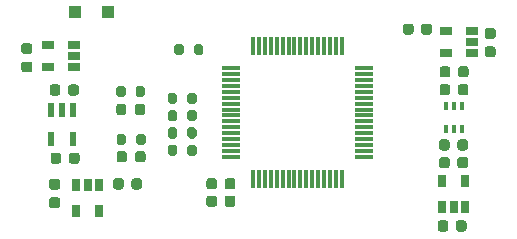
<source format=gtp>
G04 #@! TF.GenerationSoftware,KiCad,Pcbnew,(5.1.9)-1*
G04 #@! TF.CreationDate,2021-04-27T18:11:47+02:00*
G04 #@! TF.ProjectId,ADS1299Wing,41445331-3239-4395-9769-6e672e6b6963,rev?*
G04 #@! TF.SameCoordinates,Original*
G04 #@! TF.FileFunction,Paste,Top*
G04 #@! TF.FilePolarity,Positive*
%FSLAX46Y46*%
G04 Gerber Fmt 4.6, Leading zero omitted, Abs format (unit mm)*
G04 Created by KiCad (PCBNEW (5.1.9)-1) date 2021-04-27 18:11:47*
%MOMM*%
%LPD*%
G01*
G04 APERTURE LIST*
%ADD10R,0.300000X1.500000*%
%ADD11R,1.500000X0.300000*%
%ADD12R,1.100000X1.100000*%
%ADD13R,1.060000X0.650000*%
%ADD14R,0.590000X1.210000*%
%ADD15R,0.650000X1.060000*%
%ADD16R,0.400000X0.650000*%
G04 APERTURE END LIST*
G36*
G01*
X163964500Y-108377800D02*
X163964500Y-107877800D01*
G75*
G02*
X164189500Y-107652800I225000J0D01*
G01*
X164639500Y-107652800D01*
G75*
G02*
X164864500Y-107877800I0J-225000D01*
G01*
X164864500Y-108377800D01*
G75*
G02*
X164639500Y-108602800I-225000J0D01*
G01*
X164189500Y-108602800D01*
G75*
G02*
X163964500Y-108377800I0J225000D01*
G01*
G37*
G36*
G01*
X162414500Y-108377800D02*
X162414500Y-107877800D01*
G75*
G02*
X162639500Y-107652800I225000J0D01*
G01*
X163089500Y-107652800D01*
G75*
G02*
X163314500Y-107877800I0J-225000D01*
G01*
X163314500Y-108377800D01*
G75*
G02*
X163089500Y-108602800I-225000J0D01*
G01*
X162639500Y-108602800D01*
G75*
G02*
X162414500Y-108377800I0J225000D01*
G01*
G37*
D10*
X154168800Y-109536000D03*
X153668800Y-109536000D03*
X153168800Y-109536000D03*
X152668800Y-109536000D03*
X152168800Y-109536000D03*
X151668800Y-109536000D03*
X151168800Y-109536000D03*
X150668800Y-109536000D03*
X150168800Y-109536000D03*
X149668800Y-109536000D03*
X149168800Y-109536000D03*
X148668800Y-109536000D03*
X148168800Y-109536000D03*
X147668800Y-109536000D03*
X147168800Y-109536000D03*
X146668800Y-109536000D03*
D11*
X144768800Y-107636000D03*
X144768800Y-107136000D03*
X144768800Y-106636000D03*
X144768800Y-106136000D03*
X144768800Y-105636000D03*
X144768800Y-105136000D03*
X144768800Y-104636000D03*
X144768800Y-104136000D03*
X144768800Y-103636000D03*
X144768800Y-103136000D03*
X144768800Y-102636000D03*
X144768800Y-102136000D03*
X144768800Y-101636000D03*
X144768800Y-101136000D03*
X144768800Y-100636000D03*
X144768800Y-100136000D03*
D10*
X146668800Y-98236000D03*
X147168800Y-98236000D03*
X147668800Y-98236000D03*
X148168800Y-98236000D03*
X148668800Y-98236000D03*
X149168800Y-98236000D03*
X149668800Y-98236000D03*
X150168800Y-98236000D03*
X150668800Y-98236000D03*
X151168800Y-98236000D03*
X151668800Y-98236000D03*
X152168800Y-98236000D03*
X152668800Y-98236000D03*
X153168800Y-98236000D03*
X153668800Y-98236000D03*
X154168800Y-98236000D03*
D11*
X156068800Y-100136000D03*
X156068800Y-100636000D03*
X156068800Y-101136000D03*
X156068800Y-101636000D03*
X156068800Y-102136000D03*
X156068800Y-102636000D03*
X156068800Y-103136000D03*
X156068800Y-103636000D03*
X156068800Y-104136000D03*
X156068800Y-104636000D03*
X156068800Y-105136000D03*
X156068800Y-105636000D03*
X156068800Y-106136000D03*
X156068800Y-106636000D03*
X156068800Y-107136000D03*
X156068800Y-107636000D03*
G36*
G01*
X140799000Y-98277000D02*
X140799000Y-98827000D01*
G75*
G02*
X140599000Y-99027000I-200000J0D01*
G01*
X140199000Y-99027000D01*
G75*
G02*
X139999000Y-98827000I0J200000D01*
G01*
X139999000Y-98277000D01*
G75*
G02*
X140199000Y-98077000I200000J0D01*
G01*
X140599000Y-98077000D01*
G75*
G02*
X140799000Y-98277000I0J-200000D01*
G01*
G37*
G36*
G01*
X142449000Y-98277000D02*
X142449000Y-98827000D01*
G75*
G02*
X142249000Y-99027000I-200000J0D01*
G01*
X141849000Y-99027000D01*
G75*
G02*
X141649000Y-98827000I0J200000D01*
G01*
X141649000Y-98277000D01*
G75*
G02*
X141849000Y-98077000I200000J0D01*
G01*
X142249000Y-98077000D01*
G75*
G02*
X142449000Y-98277000I0J-200000D01*
G01*
G37*
G36*
G01*
X130358000Y-101731000D02*
X130358000Y-102231000D01*
G75*
G02*
X130133000Y-102456000I-225000J0D01*
G01*
X129683000Y-102456000D01*
G75*
G02*
X129458000Y-102231000I0J225000D01*
G01*
X129458000Y-101731000D01*
G75*
G02*
X129683000Y-101506000I225000J0D01*
G01*
X130133000Y-101506000D01*
G75*
G02*
X130358000Y-101731000I0J-225000D01*
G01*
G37*
G36*
G01*
X131908000Y-101731000D02*
X131908000Y-102231000D01*
G75*
G02*
X131683000Y-102456000I-225000J0D01*
G01*
X131233000Y-102456000D01*
G75*
G02*
X131008000Y-102231000I0J225000D01*
G01*
X131008000Y-101731000D01*
G75*
G02*
X131233000Y-101506000I225000J0D01*
G01*
X131683000Y-101506000D01*
G75*
G02*
X131908000Y-101731000I0J-225000D01*
G01*
G37*
G36*
G01*
X131971500Y-107509500D02*
X131971500Y-108009500D01*
G75*
G02*
X131746500Y-108234500I-225000J0D01*
G01*
X131296500Y-108234500D01*
G75*
G02*
X131071500Y-108009500I0J225000D01*
G01*
X131071500Y-107509500D01*
G75*
G02*
X131296500Y-107284500I225000J0D01*
G01*
X131746500Y-107284500D01*
G75*
G02*
X131971500Y-107509500I0J-225000D01*
G01*
G37*
G36*
G01*
X130421500Y-107509500D02*
X130421500Y-108009500D01*
G75*
G02*
X130196500Y-108234500I-225000J0D01*
G01*
X129746500Y-108234500D01*
G75*
G02*
X129521500Y-108009500I0J225000D01*
G01*
X129521500Y-107509500D01*
G75*
G02*
X129746500Y-107284500I225000J0D01*
G01*
X130196500Y-107284500D01*
G75*
G02*
X130421500Y-107509500I0J-225000D01*
G01*
G37*
G36*
G01*
X130107500Y-110419000D02*
X129607500Y-110419000D01*
G75*
G02*
X129382500Y-110194000I0J225000D01*
G01*
X129382500Y-109744000D01*
G75*
G02*
X129607500Y-109519000I225000J0D01*
G01*
X130107500Y-109519000D01*
G75*
G02*
X130332500Y-109744000I0J-225000D01*
G01*
X130332500Y-110194000D01*
G75*
G02*
X130107500Y-110419000I-225000J0D01*
G01*
G37*
G36*
G01*
X130107500Y-111969000D02*
X129607500Y-111969000D01*
G75*
G02*
X129382500Y-111744000I0J225000D01*
G01*
X129382500Y-111294000D01*
G75*
G02*
X129607500Y-111069000I225000J0D01*
G01*
X130107500Y-111069000D01*
G75*
G02*
X130332500Y-111294000I0J-225000D01*
G01*
X130332500Y-111744000D01*
G75*
G02*
X130107500Y-111969000I-225000J0D01*
G01*
G37*
G36*
G01*
X136367400Y-110181200D02*
X136367400Y-109681200D01*
G75*
G02*
X136592400Y-109456200I225000J0D01*
G01*
X137042400Y-109456200D01*
G75*
G02*
X137267400Y-109681200I0J-225000D01*
G01*
X137267400Y-110181200D01*
G75*
G02*
X137042400Y-110406200I-225000J0D01*
G01*
X136592400Y-110406200D01*
G75*
G02*
X136367400Y-110181200I0J225000D01*
G01*
G37*
G36*
G01*
X134817400Y-110181200D02*
X134817400Y-109681200D01*
G75*
G02*
X135042400Y-109456200I225000J0D01*
G01*
X135492400Y-109456200D01*
G75*
G02*
X135717400Y-109681200I0J-225000D01*
G01*
X135717400Y-110181200D01*
G75*
G02*
X135492400Y-110406200I-225000J0D01*
G01*
X135042400Y-110406200D01*
G75*
G02*
X134817400Y-110181200I0J225000D01*
G01*
G37*
G36*
G01*
X164002600Y-102205600D02*
X164002600Y-101705600D01*
G75*
G02*
X164227600Y-101480600I225000J0D01*
G01*
X164677600Y-101480600D01*
G75*
G02*
X164902600Y-101705600I0J-225000D01*
G01*
X164902600Y-102205600D01*
G75*
G02*
X164677600Y-102430600I-225000J0D01*
G01*
X164227600Y-102430600D01*
G75*
G02*
X164002600Y-102205600I0J225000D01*
G01*
G37*
G36*
G01*
X162452600Y-102205600D02*
X162452600Y-101705600D01*
G75*
G02*
X162677600Y-101480600I225000J0D01*
G01*
X163127600Y-101480600D01*
G75*
G02*
X163352600Y-101705600I0J-225000D01*
G01*
X163352600Y-102205600D01*
G75*
G02*
X163127600Y-102430600I-225000J0D01*
G01*
X162677600Y-102430600D01*
G75*
G02*
X162452600Y-102205600I0J225000D01*
G01*
G37*
G36*
G01*
X166488300Y-96742800D02*
X166988300Y-96742800D01*
G75*
G02*
X167213300Y-96967800I0J-225000D01*
G01*
X167213300Y-97417800D01*
G75*
G02*
X166988300Y-97642800I-225000J0D01*
G01*
X166488300Y-97642800D01*
G75*
G02*
X166263300Y-97417800I0J225000D01*
G01*
X166263300Y-96967800D01*
G75*
G02*
X166488300Y-96742800I225000J0D01*
G01*
G37*
G36*
G01*
X166488300Y-98292800D02*
X166988300Y-98292800D01*
G75*
G02*
X167213300Y-98517800I0J-225000D01*
G01*
X167213300Y-98967800D01*
G75*
G02*
X166988300Y-99192800I-225000J0D01*
G01*
X166488300Y-99192800D01*
G75*
G02*
X166263300Y-98967800I0J225000D01*
G01*
X166263300Y-98517800D01*
G75*
G02*
X166488300Y-98292800I225000J0D01*
G01*
G37*
G36*
G01*
X162465300Y-100694300D02*
X162465300Y-100194300D01*
G75*
G02*
X162690300Y-99969300I225000J0D01*
G01*
X163140300Y-99969300D01*
G75*
G02*
X163365300Y-100194300I0J-225000D01*
G01*
X163365300Y-100694300D01*
G75*
G02*
X163140300Y-100919300I-225000J0D01*
G01*
X162690300Y-100919300D01*
G75*
G02*
X162465300Y-100694300I0J225000D01*
G01*
G37*
G36*
G01*
X164015300Y-100694300D02*
X164015300Y-100194300D01*
G75*
G02*
X164240300Y-99969300I225000J0D01*
G01*
X164690300Y-99969300D01*
G75*
G02*
X164915300Y-100194300I0J-225000D01*
G01*
X164915300Y-100694300D01*
G75*
G02*
X164690300Y-100919300I-225000J0D01*
G01*
X164240300Y-100919300D01*
G75*
G02*
X164015300Y-100694300I0J225000D01*
G01*
G37*
G36*
G01*
X160253800Y-96574800D02*
X160253800Y-97074800D01*
G75*
G02*
X160028800Y-97299800I-225000J0D01*
G01*
X159578800Y-97299800D01*
G75*
G02*
X159353800Y-97074800I0J225000D01*
G01*
X159353800Y-96574800D01*
G75*
G02*
X159578800Y-96349800I225000J0D01*
G01*
X160028800Y-96349800D01*
G75*
G02*
X160253800Y-96574800I0J-225000D01*
G01*
G37*
G36*
G01*
X161803800Y-96574800D02*
X161803800Y-97074800D01*
G75*
G02*
X161578800Y-97299800I-225000J0D01*
G01*
X161128800Y-97299800D01*
G75*
G02*
X160903800Y-97074800I0J225000D01*
G01*
X160903800Y-96574800D01*
G75*
G02*
X161128800Y-96349800I225000J0D01*
G01*
X161578800Y-96349800D01*
G75*
G02*
X161803800Y-96574800I0J-225000D01*
G01*
G37*
G36*
G01*
X162287500Y-113737200D02*
X162287500Y-113237200D01*
G75*
G02*
X162512500Y-113012200I225000J0D01*
G01*
X162962500Y-113012200D01*
G75*
G02*
X163187500Y-113237200I0J-225000D01*
G01*
X163187500Y-113737200D01*
G75*
G02*
X162962500Y-113962200I-225000J0D01*
G01*
X162512500Y-113962200D01*
G75*
G02*
X162287500Y-113737200I0J225000D01*
G01*
G37*
G36*
G01*
X163837500Y-113737200D02*
X163837500Y-113237200D01*
G75*
G02*
X164062500Y-113012200I225000J0D01*
G01*
X164512500Y-113012200D01*
G75*
G02*
X164737500Y-113237200I0J-225000D01*
G01*
X164737500Y-113737200D01*
G75*
G02*
X164512500Y-113962200I-225000J0D01*
G01*
X164062500Y-113962200D01*
G75*
G02*
X163837500Y-113737200I0J225000D01*
G01*
G37*
G36*
G01*
X163964500Y-106879200D02*
X163964500Y-106379200D01*
G75*
G02*
X164189500Y-106154200I225000J0D01*
G01*
X164639500Y-106154200D01*
G75*
G02*
X164864500Y-106379200I0J-225000D01*
G01*
X164864500Y-106879200D01*
G75*
G02*
X164639500Y-107104200I-225000J0D01*
G01*
X164189500Y-107104200D01*
G75*
G02*
X163964500Y-106879200I0J225000D01*
G01*
G37*
G36*
G01*
X162414500Y-106879200D02*
X162414500Y-106379200D01*
G75*
G02*
X162639500Y-106154200I225000J0D01*
G01*
X163089500Y-106154200D01*
G75*
G02*
X163314500Y-106379200I0J-225000D01*
G01*
X163314500Y-106879200D01*
G75*
G02*
X163089500Y-107104200I-225000J0D01*
G01*
X162639500Y-107104200D01*
G75*
G02*
X162414500Y-106879200I0J225000D01*
G01*
G37*
G36*
G01*
X145166500Y-111154400D02*
X145166500Y-111654400D01*
G75*
G02*
X144941500Y-111879400I-225000J0D01*
G01*
X144491500Y-111879400D01*
G75*
G02*
X144266500Y-111654400I0J225000D01*
G01*
X144266500Y-111154400D01*
G75*
G02*
X144491500Y-110929400I225000J0D01*
G01*
X144941500Y-110929400D01*
G75*
G02*
X145166500Y-111154400I0J-225000D01*
G01*
G37*
G36*
G01*
X143616500Y-111154400D02*
X143616500Y-111654400D01*
G75*
G02*
X143391500Y-111879400I-225000J0D01*
G01*
X142941500Y-111879400D01*
G75*
G02*
X142716500Y-111654400I0J225000D01*
G01*
X142716500Y-111154400D01*
G75*
G02*
X142941500Y-110929400I225000J0D01*
G01*
X143391500Y-110929400D01*
G75*
G02*
X143616500Y-111154400I0J-225000D01*
G01*
G37*
G36*
G01*
X143616500Y-109668500D02*
X143616500Y-110168500D01*
G75*
G02*
X143391500Y-110393500I-225000J0D01*
G01*
X142941500Y-110393500D01*
G75*
G02*
X142716500Y-110168500I0J225000D01*
G01*
X142716500Y-109668500D01*
G75*
G02*
X142941500Y-109443500I225000J0D01*
G01*
X143391500Y-109443500D01*
G75*
G02*
X143616500Y-109668500I0J-225000D01*
G01*
G37*
G36*
G01*
X145166500Y-109668500D02*
X145166500Y-110168500D01*
G75*
G02*
X144941500Y-110393500I-225000J0D01*
G01*
X144491500Y-110393500D01*
G75*
G02*
X144266500Y-110168500I0J225000D01*
G01*
X144266500Y-109668500D01*
G75*
G02*
X144491500Y-109443500I225000J0D01*
G01*
X144941500Y-109443500D01*
G75*
G02*
X145166500Y-109668500I0J-225000D01*
G01*
G37*
G36*
G01*
X127258000Y-99575500D02*
X127758000Y-99575500D01*
G75*
G02*
X127983000Y-99800500I0J-225000D01*
G01*
X127983000Y-100250500D01*
G75*
G02*
X127758000Y-100475500I-225000J0D01*
G01*
X127258000Y-100475500D01*
G75*
G02*
X127033000Y-100250500I0J225000D01*
G01*
X127033000Y-99800500D01*
G75*
G02*
X127258000Y-99575500I225000J0D01*
G01*
G37*
G36*
G01*
X127258000Y-98025500D02*
X127758000Y-98025500D01*
G75*
G02*
X127983000Y-98250500I0J-225000D01*
G01*
X127983000Y-98700500D01*
G75*
G02*
X127758000Y-98925500I-225000J0D01*
G01*
X127258000Y-98925500D01*
G75*
G02*
X127033000Y-98700500I0J225000D01*
G01*
X127033000Y-98250500D01*
G75*
G02*
X127258000Y-98025500I225000J0D01*
G01*
G37*
D12*
X131569000Y-95377000D03*
X134369000Y-95377000D03*
G36*
G01*
X135984500Y-107376250D02*
X135984500Y-107888750D01*
G75*
G02*
X135765750Y-108107500I-218750J0D01*
G01*
X135328250Y-108107500D01*
G75*
G02*
X135109500Y-107888750I0J218750D01*
G01*
X135109500Y-107376250D01*
G75*
G02*
X135328250Y-107157500I218750J0D01*
G01*
X135765750Y-107157500D01*
G75*
G02*
X135984500Y-107376250I0J-218750D01*
G01*
G37*
G36*
G01*
X137559500Y-107376250D02*
X137559500Y-107888750D01*
G75*
G02*
X137340750Y-108107500I-218750J0D01*
G01*
X136903250Y-108107500D01*
G75*
G02*
X136684500Y-107888750I0J218750D01*
G01*
X136684500Y-107376250D01*
G75*
G02*
X136903250Y-107157500I218750J0D01*
G01*
X137340750Y-107157500D01*
G75*
G02*
X137559500Y-107376250I0J-218750D01*
G01*
G37*
G36*
G01*
X137521400Y-103375750D02*
X137521400Y-103888250D01*
G75*
G02*
X137302650Y-104107000I-218750J0D01*
G01*
X136865150Y-104107000D01*
G75*
G02*
X136646400Y-103888250I0J218750D01*
G01*
X136646400Y-103375750D01*
G75*
G02*
X136865150Y-103157000I218750J0D01*
G01*
X137302650Y-103157000D01*
G75*
G02*
X137521400Y-103375750I0J-218750D01*
G01*
G37*
G36*
G01*
X135946400Y-103375750D02*
X135946400Y-103888250D01*
G75*
G02*
X135727650Y-104107000I-218750J0D01*
G01*
X135290150Y-104107000D01*
G75*
G02*
X135071400Y-103888250I0J218750D01*
G01*
X135071400Y-103375750D01*
G75*
G02*
X135290150Y-103157000I218750J0D01*
G01*
X135727650Y-103157000D01*
G75*
G02*
X135946400Y-103375750I0J-218750D01*
G01*
G37*
G36*
G01*
X140240200Y-102417200D02*
X140240200Y-102967200D01*
G75*
G02*
X140040200Y-103167200I-200000J0D01*
G01*
X139640200Y-103167200D01*
G75*
G02*
X139440200Y-102967200I0J200000D01*
G01*
X139440200Y-102417200D01*
G75*
G02*
X139640200Y-102217200I200000J0D01*
G01*
X140040200Y-102217200D01*
G75*
G02*
X140240200Y-102417200I0J-200000D01*
G01*
G37*
G36*
G01*
X141890200Y-102417200D02*
X141890200Y-102967200D01*
G75*
G02*
X141690200Y-103167200I-200000J0D01*
G01*
X141290200Y-103167200D01*
G75*
G02*
X141090200Y-102967200I0J200000D01*
G01*
X141090200Y-102417200D01*
G75*
G02*
X141290200Y-102217200I200000J0D01*
G01*
X141690200Y-102217200D01*
G75*
G02*
X141890200Y-102417200I0J-200000D01*
G01*
G37*
G36*
G01*
X137559500Y-105897000D02*
X137559500Y-106447000D01*
G75*
G02*
X137359500Y-106647000I-200000J0D01*
G01*
X136959500Y-106647000D01*
G75*
G02*
X136759500Y-106447000I0J200000D01*
G01*
X136759500Y-105897000D01*
G75*
G02*
X136959500Y-105697000I200000J0D01*
G01*
X137359500Y-105697000D01*
G75*
G02*
X137559500Y-105897000I0J-200000D01*
G01*
G37*
G36*
G01*
X135909500Y-105897000D02*
X135909500Y-106447000D01*
G75*
G02*
X135709500Y-106647000I-200000J0D01*
G01*
X135309500Y-106647000D01*
G75*
G02*
X135109500Y-106447000I0J200000D01*
G01*
X135109500Y-105897000D01*
G75*
G02*
X135309500Y-105697000I200000J0D01*
G01*
X135709500Y-105697000D01*
G75*
G02*
X135909500Y-105897000I0J-200000D01*
G01*
G37*
G36*
G01*
X141890200Y-106798700D02*
X141890200Y-107348700D01*
G75*
G02*
X141690200Y-107548700I-200000J0D01*
G01*
X141290200Y-107548700D01*
G75*
G02*
X141090200Y-107348700I0J200000D01*
G01*
X141090200Y-106798700D01*
G75*
G02*
X141290200Y-106598700I200000J0D01*
G01*
X141690200Y-106598700D01*
G75*
G02*
X141890200Y-106798700I0J-200000D01*
G01*
G37*
G36*
G01*
X140240200Y-106798700D02*
X140240200Y-107348700D01*
G75*
G02*
X140040200Y-107548700I-200000J0D01*
G01*
X139640200Y-107548700D01*
G75*
G02*
X139440200Y-107348700I0J200000D01*
G01*
X139440200Y-106798700D01*
G75*
G02*
X139640200Y-106598700I200000J0D01*
G01*
X140040200Y-106598700D01*
G75*
G02*
X140240200Y-106798700I0J-200000D01*
G01*
G37*
G36*
G01*
X140240200Y-105338200D02*
X140240200Y-105888200D01*
G75*
G02*
X140040200Y-106088200I-200000J0D01*
G01*
X139640200Y-106088200D01*
G75*
G02*
X139440200Y-105888200I0J200000D01*
G01*
X139440200Y-105338200D01*
G75*
G02*
X139640200Y-105138200I200000J0D01*
G01*
X140040200Y-105138200D01*
G75*
G02*
X140240200Y-105338200I0J-200000D01*
G01*
G37*
G36*
G01*
X141890200Y-105338200D02*
X141890200Y-105888200D01*
G75*
G02*
X141690200Y-106088200I-200000J0D01*
G01*
X141290200Y-106088200D01*
G75*
G02*
X141090200Y-105888200I0J200000D01*
G01*
X141090200Y-105338200D01*
G75*
G02*
X141290200Y-105138200I200000J0D01*
G01*
X141690200Y-105138200D01*
G75*
G02*
X141890200Y-105338200I0J-200000D01*
G01*
G37*
G36*
G01*
X141890200Y-103877700D02*
X141890200Y-104427700D01*
G75*
G02*
X141690200Y-104627700I-200000J0D01*
G01*
X141290200Y-104627700D01*
G75*
G02*
X141090200Y-104427700I0J200000D01*
G01*
X141090200Y-103877700D01*
G75*
G02*
X141290200Y-103677700I200000J0D01*
G01*
X141690200Y-103677700D01*
G75*
G02*
X141890200Y-103877700I0J-200000D01*
G01*
G37*
G36*
G01*
X140240200Y-103877700D02*
X140240200Y-104427700D01*
G75*
G02*
X140040200Y-104627700I-200000J0D01*
G01*
X139640200Y-104627700D01*
G75*
G02*
X139440200Y-104427700I0J200000D01*
G01*
X139440200Y-103877700D01*
G75*
G02*
X139640200Y-103677700I200000J0D01*
G01*
X140040200Y-103677700D01*
G75*
G02*
X140240200Y-103877700I0J-200000D01*
G01*
G37*
G36*
G01*
X135071400Y-102383000D02*
X135071400Y-101833000D01*
G75*
G02*
X135271400Y-101633000I200000J0D01*
G01*
X135671400Y-101633000D01*
G75*
G02*
X135871400Y-101833000I0J-200000D01*
G01*
X135871400Y-102383000D01*
G75*
G02*
X135671400Y-102583000I-200000J0D01*
G01*
X135271400Y-102583000D01*
G75*
G02*
X135071400Y-102383000I0J200000D01*
G01*
G37*
G36*
G01*
X136721400Y-102383000D02*
X136721400Y-101833000D01*
G75*
G02*
X136921400Y-101633000I200000J0D01*
G01*
X137321400Y-101633000D01*
G75*
G02*
X137521400Y-101833000I0J-200000D01*
G01*
X137521400Y-102383000D01*
G75*
G02*
X137321400Y-102583000I-200000J0D01*
G01*
X136921400Y-102583000D01*
G75*
G02*
X136721400Y-102383000I0J200000D01*
G01*
G37*
D13*
X131465500Y-100073500D03*
X131465500Y-99123500D03*
X131465500Y-98173500D03*
X129265500Y-98173500D03*
X129265500Y-100073500D03*
D14*
X131442500Y-106157000D03*
X129542500Y-106157000D03*
X129542500Y-103647000D03*
X130492500Y-103647000D03*
X131442500Y-103647000D03*
D15*
X133601500Y-112225000D03*
X131701500Y-112225000D03*
X131701500Y-110025000D03*
X132651500Y-110025000D03*
X133601500Y-110025000D03*
D13*
X165171300Y-98854300D03*
X165171300Y-97904300D03*
X165171300Y-96954300D03*
X162971300Y-96954300D03*
X162971300Y-98854300D03*
D15*
X162689500Y-109694800D03*
X164589500Y-109694800D03*
X164589500Y-111894800D03*
X163639500Y-111894800D03*
X162689500Y-111894800D03*
D16*
X163027600Y-105242400D03*
X164327600Y-105242400D03*
X163677600Y-103342400D03*
X163677600Y-105242400D03*
X164327600Y-103342400D03*
X163027600Y-103342400D03*
M02*

</source>
